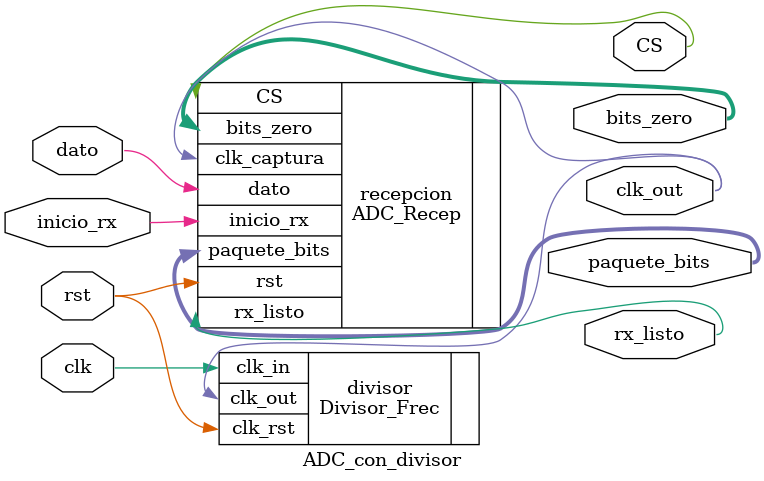
<source format=v>
`timescale 1ns / 1ps
module ADC_con_divisor(

	input wire clk,rst,inicio_rx, dato,
	output wire CS,
	output wire rx_listo,clk_out,
	output wire [11:0] paquete_bits,
	output wire [3:0] bits_zero
	
    );
 
Divisor_Frec divisor (
    .clk_in(clk), 
    .clk_rst(rst), 
    .clk_out(clk_out)
    );

ADC_Recep recepcion (
    .clk_captura(clk_out), 
    .rst(rst), 
    .inicio_rx(inicio_rx), 
    .dato(dato), 
    .CS(CS), 
    .rx_listo(rx_listo), 
    .paquete_bits(paquete_bits), 
    .bits_zero(bits_zero)
    );


endmodule

</source>
